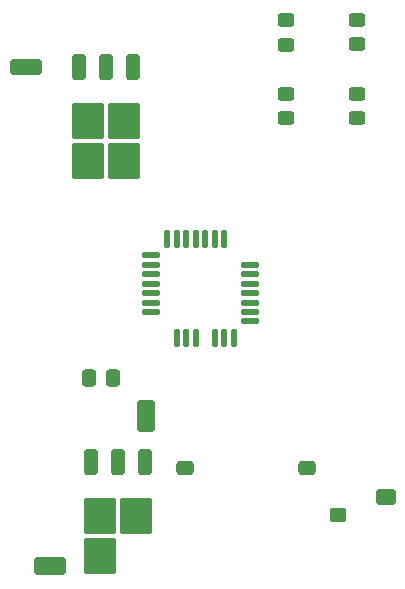
<source format=gbr>
%TF.GenerationSoftware,KiCad,Pcbnew,8.0.4*%
%TF.CreationDate,2024-10-18T12:18:20-03:00*%
%TF.ProjectId,STM32_DEV_BOARD,53544d33-325f-4444-9556-5f424f415244,rev?*%
%TF.SameCoordinates,Original*%
%TF.FileFunction,Paste,Top*%
%TF.FilePolarity,Positive*%
%FSLAX46Y46*%
G04 Gerber Fmt 4.6, Leading zero omitted, Abs format (unit mm)*
G04 Created by KiCad (PCBNEW 8.0.4) date 2024-10-18 12:18:20*
%MOMM*%
%LPD*%
G01*
G04 APERTURE LIST*
G04 Aperture macros list*
%AMRoundRect*
0 Rectangle with rounded corners*
0 $1 Rounding radius*
0 $2 $3 $4 $5 $6 $7 $8 $9 X,Y pos of 4 corners*
0 Add a 4 corners polygon primitive as box body*
4,1,4,$2,$3,$4,$5,$6,$7,$8,$9,$2,$3,0*
0 Add four circle primitives for the rounded corners*
1,1,$1+$1,$2,$3*
1,1,$1+$1,$4,$5*
1,1,$1+$1,$6,$7*
1,1,$1+$1,$8,$9*
0 Add four rect primitives between the rounded corners*
20,1,$1+$1,$2,$3,$4,$5,0*
20,1,$1+$1,$4,$5,$6,$7,0*
20,1,$1+$1,$6,$7,$8,$9,0*
20,1,$1+$1,$8,$9,$2,$3,0*%
G04 Aperture macros list end*
%ADD10RoundRect,0.250000X-1.100000X0.500000X-1.100000X-0.500000X1.100000X-0.500000X1.100000X0.500000X0*%
%ADD11RoundRect,0.125000X0.125000X-0.625000X0.125000X0.625000X-0.125000X0.625000X-0.125000X-0.625000X0*%
%ADD12RoundRect,0.125000X0.625000X-0.125000X0.625000X0.125000X-0.625000X0.125000X-0.625000X-0.125000X0*%
%ADD13RoundRect,0.250000X-0.500000X-1.100000X0.500000X-1.100000X0.500000X1.100000X-0.500000X1.100000X0*%
%ADD14RoundRect,0.250000X-0.350000X0.850000X-0.350000X-0.850000X0.350000X-0.850000X0.350000X0.850000X0*%
%ADD15RoundRect,0.250000X-1.125000X1.275000X-1.125000X-1.275000X1.125000X-1.275000X1.125000X1.275000X0*%
%ADD16RoundRect,0.250000X-0.450000X0.325000X-0.450000X-0.325000X0.450000X-0.325000X0.450000X0.325000X0*%
%ADD17RoundRect,0.250000X0.450000X-0.325000X0.450000X0.325000X-0.450000X0.325000X-0.450000X-0.325000X0*%
%ADD18RoundRect,0.250000X0.450000X-0.350000X0.450000X0.350000X-0.450000X0.350000X-0.450000X-0.350000X0*%
%ADD19RoundRect,0.250000X0.600000X-0.400000X0.600000X0.400000X-0.600000X0.400000X-0.600000X-0.400000X0*%
%ADD20RoundRect,0.250000X0.337500X0.475000X-0.337500X0.475000X-0.337500X-0.475000X0.337500X-0.475000X0*%
%ADD21RoundRect,0.250000X0.475000X-0.337500X0.475000X0.337500X-0.475000X0.337500X-0.475000X-0.337500X0*%
%ADD22RoundRect,0.250000X1.100000X-0.412500X1.100000X0.412500X-1.100000X0.412500X-1.100000X-0.412500X0*%
G04 APERTURE END LIST*
D10*
%TO.C,D4*%
X146760000Y-124960000D03*
%TD*%
D11*
%TO.C,U1*%
X157540000Y-105625000D03*
X158340000Y-105625000D03*
X159140000Y-105625000D03*
X160740000Y-105625000D03*
X161540000Y-105625000D03*
X162340000Y-105625000D03*
D12*
X163715000Y-104250000D03*
X163715000Y-103450000D03*
X163715000Y-102650000D03*
X163715000Y-101850000D03*
X163715000Y-101050000D03*
X163715000Y-100250000D03*
X163715000Y-99450000D03*
D11*
X161540000Y-97275000D03*
X160740000Y-97275000D03*
X159940000Y-97275000D03*
X159140000Y-97275000D03*
X158340000Y-97275000D03*
X157540000Y-97275000D03*
X156740000Y-97275000D03*
D12*
X155365000Y-98650000D03*
X155365000Y-99450000D03*
X155365000Y-100250000D03*
X155365000Y-101050000D03*
X155365000Y-101850000D03*
X155365000Y-102650000D03*
X155365000Y-103450000D03*
%TD*%
D13*
%TO.C,D2*%
X154900000Y-112250000D03*
%TD*%
D14*
%TO.C,U2*%
X153797500Y-82670000D03*
X151517500Y-82670000D03*
D15*
X153042500Y-87295000D03*
X149992500Y-87295000D03*
X153042500Y-90645000D03*
X149992500Y-90645000D03*
D14*
X149237500Y-82670000D03*
%TD*%
D16*
%TO.C,D6*%
X166810000Y-78752500D03*
X166810000Y-80802500D03*
%TD*%
D17*
%TO.C,D8*%
X172800000Y-87042500D03*
X172800000Y-84992500D03*
%TD*%
D18*
%TO.C,R2*%
X171190000Y-120650000D03*
%TD*%
D19*
%TO.C,D5*%
X175230000Y-119140000D03*
%TD*%
D20*
%TO.C,C3*%
X152167500Y-109020000D03*
X150092500Y-109020000D03*
%TD*%
D21*
%TO.C,C8*%
X168522500Y-116667500D03*
%TD*%
D14*
%TO.C,U3*%
X154845000Y-116115000D03*
X152565000Y-116115000D03*
D15*
X154090000Y-120740000D03*
X151040000Y-120740000D03*
X151040000Y-124090000D03*
D14*
X150285000Y-116115000D03*
%TD*%
D16*
%TO.C,D7*%
X172820000Y-78745000D03*
X172820000Y-80795000D03*
%TD*%
D21*
%TO.C,C7*%
X158202500Y-116677500D03*
%TD*%
D17*
%TO.C,D9*%
X166810000Y-87015000D03*
X166810000Y-84965000D03*
%TD*%
D22*
%TO.C,C1*%
X144730000Y-82672500D03*
%TD*%
M02*

</source>
